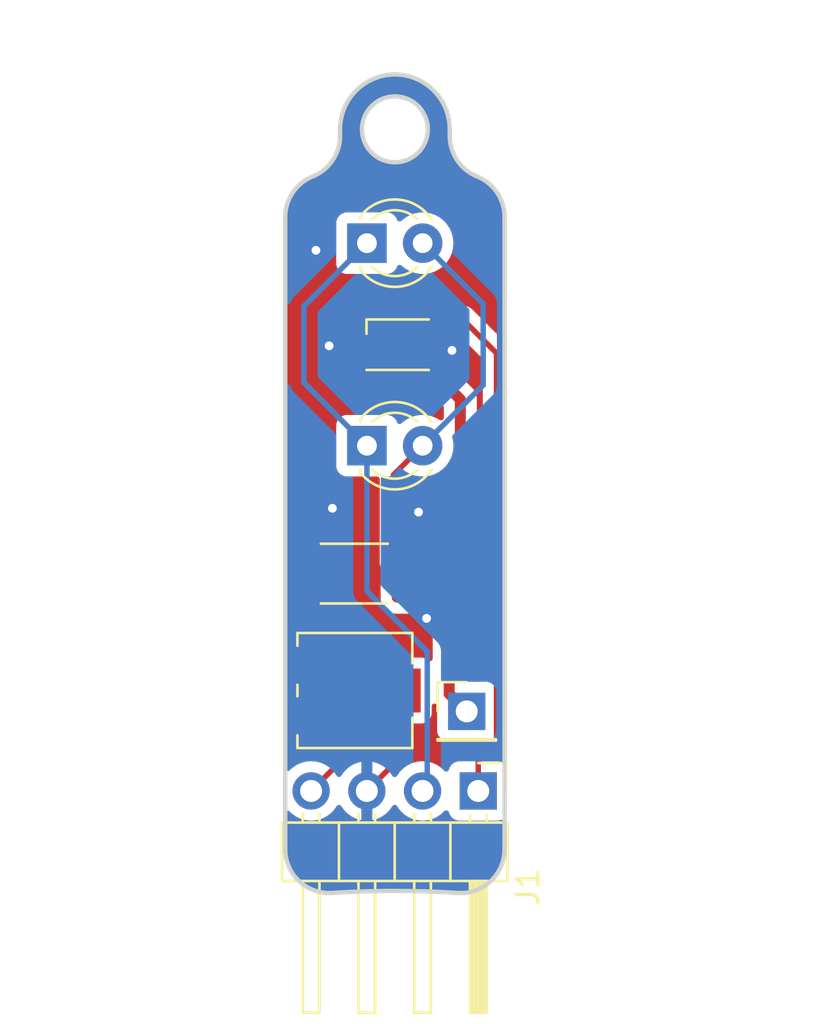
<source format=kicad_pcb>
(kicad_pcb (version 20221018) (generator pcbnew)
  (layers (0 "F.Cu" signal) (31 "B.Cu" signal) (34 "B.Paste" user) (35 "F.Paste" user) (36 "B.SilkS" user "B.Silkscreen") (37 "F.SilkS" user "F.Silkscreen") (38 "B.Mask" user) (39 "F.Mask" user) (44 "Edge.Cuts" user))
  (net 0 "")
  (net 1 "GND")
  (net 2 "+5V")
  (net 3 "/PWM")
  (net 4 "+3.3V")
  (net 5 "/S")
  (net 6 "Net-(Q1-E)")
  (footprint "LED_THT:LED_D3.0mm_Clear" (layer "F.Cu") (at 129.6 63.95)
    (fp_text reference "Q1" hide)
    (fp_text value "Q_Photo_NPN")
    (fp_line (start -0.29 -1.236) (end -0.29 -1.08) (stroke (width 0.12)) (layer "F.SilkS"))
    (fp_line (start -0.29 1.08) (end -0.29 1.236) (stroke (width 0.12)) (layer "F.SilkS"))
    (fp_arc (start -0.29 -1.235516) (mid 1.366487 -1.987659) (end 2.942335 -1.078608) (stroke (width 0.12)) (layer "F.SilkS"))
    (fp_arc (start 0.229039 -1.08) (mid 1.270117 -1.5) (end 2.31113 -1.079837) (stroke (width 0.12)) (layer "F.SilkS"))
    (fp_arc (start 2.31113 1.079837) (mid 1.270117 1.5) (end 0.229039 1.08) (stroke (width 0.12)) (layer "F.SilkS"))
    (fp_arc (start 2.942335 1.078608) (mid 1.366487 1.987659) (end -0.29 1.235516) (stroke (width 0.12)) (layer "F.SilkS"))
    (pad "1" thru_hole rect (at 0 0) (size 1.8 1.8) (drill 0.9) (layers "*.Cu" "*.Mask") (net 4 "+3.3V"))
    (pad "2" thru_hole circle (at 2.54 0) (size 1.8 1.8) (drill 0.9) (layers "*.Cu" "*.Mask") (net 6 "Net-(Q1-E)"))
  )
  (footprint "LED_SMD:LED_WS2812B-2020_PLCC4_2.0x2.0mm" (layer "F.Cu") (at 131 68.575)
    (fp_text reference "D1" hide)
    (fp_text value "NeoPixel_THT")
    (fp_line (start -1.42 -1.15) (end -1.42 -0.5) (stroke (width 0.12)) (layer "F.SilkS"))
    (fp_line (start -1.42 -1.15) (end 1.42 -1.15) (stroke (width 0.12)) (layer "F.SilkS"))
    (fp_line (start -1.42 1.15) (end 1.42 1.15) (stroke (width 0.12)) (layer "F.SilkS"))
    (pad "1" smd rect (at -0.915 -0.55) (size 0.7 0.7) (layers "F.Cu" "F.Paste" "F.Mask"))
    (pad "2" smd rect (at -0.915 0.55) (size 0.7 0.7) (layers "F.Cu" "F.Paste" "F.Mask") (net 1 "GND"))
    (pad "3" smd rect (at 0.915 0.55) (size 0.7 0.7) (layers "F.Cu" "F.Paste" "F.Mask") (net 2 "+5V"))
    (pad "4" smd rect (at 0.915 -0.55) (size 0.7 0.7) (layers "F.Cu" "F.Paste" "F.Mask") (net 3 "/PWM"))
  )
  (footprint "LED_THT:LED_D3.0mm_Clear" (layer "F.Cu") (at 129.6 73.175)
    (fp_text reference "Q2" hide)
    (fp_text value "Q_Photo_NPN")
    (fp_line (start -0.29 -1.236) (end -0.29 -1.08) (stroke (width 0.12)) (layer "F.SilkS"))
    (fp_line (start -0.29 1.08) (end -0.29 1.236) (stroke (width 0.12)) (layer "F.SilkS"))
    (fp_arc (start -0.29 -1.235516) (mid 1.366487 -1.987659) (end 2.942335 -1.078608) (stroke (width 0.12)) (layer "F.SilkS"))
    (fp_arc (start 0.229039 -1.08) (mid 1.270117 -1.5) (end 2.31113 -1.079837) (stroke (width 0.12)) (layer "F.SilkS"))
    (fp_arc (start 2.31113 1.079837) (mid 1.270117 1.5) (end 0.229039 1.08) (stroke (width 0.12)) (layer "F.SilkS"))
    (fp_arc (start 2.942335 1.078608) (mid 1.366487 1.987659) (end -0.29 1.235516) (stroke (width 0.12)) (layer "F.SilkS"))
    (pad "1" thru_hole rect (at 0 0) (size 1.8 1.8) (drill 0.9) (layers "*.Cu" "*.Mask") (net 4 "+3.3V"))
    (pad "2" thru_hole circle (at 2.54 0) (size 1.8 1.8) (drill 0.9) (layers "*.Cu" "*.Mask") (net 6 "Net-(Q1-E)"))
  )
  (footprint "Connector_PinHeader_2.54mm:PinHeader_1x04_P2.54mm_Horizontal" (layer "F.Cu") (at 134.675 88.9 -90)
    (fp_text reference "J1" (at 4.385 -2.27 90) (layer "F.SilkS"))
    (fp_text value "Conn_01x04_Pin")
    (fp_line (start -1.27 -1.27) (end 0 -1.27) (stroke (width 0.12)) (layer "F.SilkS"))
    (fp_line (start -1.27 0) (end -1.27 -1.27) (stroke (width 0.12)) (layer "F.SilkS"))
    (fp_line (start 1.042929 2.16) (end 1.44 2.16) (stroke (width 0.12)) (layer "F.SilkS"))
    (fp_line (start 1.042929 2.92) (end 1.44 2.92) (stroke (width 0.12)) (layer "F.SilkS"))
    (fp_line (start 1.042929 4.7) (end 1.44 4.7) (stroke (width 0.12)) (layer "F.SilkS"))
    (fp_line (start 1.042929 5.46) (end 1.44 5.46) (stroke (width 0.12)) (layer "F.SilkS"))
    (fp_line (start 1.042929 7.24) (end 1.44 7.24) (stroke (width 0.12)) (layer "F.SilkS"))
    (fp_line (start 1.042929 8) (end 1.44 8) (stroke (width 0.12)) (layer "F.SilkS"))
    (fp_line (start 1.11 -0.38) (end 1.44 -0.38) (stroke (width 0.12)) (layer "F.SilkS"))
    (fp_line (start 1.11 0.38) (end 1.44 0.38) (stroke (width 0.12)) (layer "F.SilkS"))
    (fp_line (start 1.44 -1.33) (end 1.44 8.95) (stroke (width 0.12)) (layer "F.SilkS"))
    (fp_line (start 1.44 1.27) (end 4.1 1.27) (stroke (width 0.12)) (layer "F.SilkS"))
    (fp_line (start 1.44 3.81) (end 4.1 3.81) (stroke (width 0.12)) (layer "F.SilkS"))
    (fp_line (start 1.44 6.35) (end 4.1 6.35) (stroke (width 0.12)) (layer "F.SilkS"))
    (fp_line (start 1.44 8.95) (end 4.1 8.95) (stroke (width 0.12)) (layer "F.SilkS"))
    (fp_line (start 4.1 -1.33) (end 1.44 -1.33) (stroke (width 0.12)) (layer "F.SilkS"))
    (fp_line (start 4.1 -0.38) (end 10.1 -0.38) (stroke (width 0.12)) (layer "F.SilkS"))
    (fp_line (start 4.1 -0.32) (end 10.1 -0.32) (stroke (width 0.12)) (layer "F.SilkS"))
    (fp_line (start 4.1 -0.2) (end 10.1 -0.2) (stroke (width 0.12)) (layer "F.SilkS"))
    (fp_line (start 4.1 -0.08) (end 10.1 -0.08) (stroke (width 0.12)) (layer "F.SilkS"))
    (fp_line (start 4.1 0.04) (end 10.1 0.04) (stroke (width 0.12)) (layer "F.SilkS"))
    (fp_line (start 4.1 0.16) (end 10.1 0.16) (stroke (width 0.12)) (layer "F.SilkS"))
    (fp_line (start 4.1 0.28) (end 10.1 0.28) (stroke (width 0.12)) (layer "F.SilkS"))
    (fp_line (start 4.1 2.16) (end 10.1 2.16) (stroke (width 0.12)) (layer "F.SilkS"))
    (fp_line (start 4.1 4.7) (end 10.1 4.7) (stroke (width 0.12)) (layer "F.SilkS"))
    (fp_line (start 4.1 7.24) (end 10.1 7.24) (stroke (width 0.12)) (layer "F.SilkS"))
    (fp_line (start 4.1 8.95) (end 4.1 -1.33) (stroke (width 0.12)) (layer "F.SilkS"))
    (fp_line (start 10.1 -0.38) (end 10.1 0.38) (stroke (width 0.12)) (layer "F.SilkS"))
    (fp_line (start 10.1 0.38) (end 4.1 0.38) (stroke (width 0.12)) (layer "F.SilkS"))
    (fp_line (start 10.1 2.16) (end 10.1 2.92) (stroke (width 0.12)) (layer "F.SilkS"))
    (fp_line (start 10.1 2.92) (end 4.1 2.92) (stroke (width 0.12)) (layer "F.SilkS"))
    (fp_line (start 10.1 4.7) (end 10.1 5.46) (stroke (width 0.12)) (layer "F.SilkS"))
    (fp_line (start 10.1 5.46) (end 4.1 5.46) (stroke (width 0.12)) (layer "F.SilkS"))
    (fp_line (start 10.1 7.24) (end 10.1 8) (stroke (width 0.12)) (layer "F.SilkS"))
    (fp_line (start 10.1 8) (end 4.1 8) (stroke (width 0.12)) (layer "F.SilkS"))
    (pad "1" thru_hole rect (at 0 0 270) (size 1.7 1.7) (drill 1) (layers "*.Cu" "*.Mask") (net 3 "/PWM"))
    (pad "2" thru_hole oval (at 0 2.54 270) (size 1.7 1.7) (drill 1) (layers "*.Cu" "*.Mask") (net 4 "+3.3V"))
    (pad "3" thru_hole oval (at 0 5.08 270) (size 1.7 1.7) (drill 1) (layers "*.Cu" "*.Mask") (net 1 "GND"))
    (pad "4" thru_hole oval (at 0 7.62 270) (size 1.7 1.7) (drill 1) (layers "*.Cu" "*.Mask") (net 5 "/S"))
  )
  (footprint "Resistor_SMD:R_2010_5025Metric" (layer "F.Cu") (at 129.025 79)
    (fp_text reference "R1" hide)
    (fp_text value "1K")
    (fp_line (start -1.527064 -1.36) (end 1.527064 -1.36) (stroke (width 0.12)) (layer "F.SilkS"))
    (fp_line (start -1.527064 1.36) (end 1.527064 1.36) (stroke (width 0.12)) (layer "F.SilkS"))
    (pad "1" smd roundrect (at -2.3125 0) (size 1.225 2.65) (layers "F.Cu" "F.Paste" "F.Mask") (roundrect_rratio 0.204082) (net 5 "/S"))
    (pad "2" smd roundrect (at 2.3125 0) (size 1.225 2.65) (layers "F.Cu" "F.Paste" "F.Mask") (roundrect_rratio 0.204082) (net 6 "Net-(Q1-E)"))
  )
  (footprint "Connector_PinHeader_2.54mm:PinHeader_1x01_P2.54mm_Vertical" (layer "F.Cu") (at 134.15 85.275)
    (fp_text reference "J2" hide)
    (fp_text value "Conn_01x01_Pin")
    (fp_line (start -1.33 -1.33) (end 0 -1.33) (stroke (width 0.12)) (layer "F.SilkS"))
    (fp_line (start -1.33 0) (end -1.33 -1.33) (stroke (width 0.12)) (layer "F.SilkS"))
    (fp_line (start -1.33 1.27) (end -1.33 1.33) (stroke (width 0.12)) (layer "F.SilkS"))
    (fp_line (start -1.33 1.27) (end 1.33 1.27) (stroke (width 0.12)) (layer "F.SilkS"))
    (fp_line (start -1.33 1.33) (end 1.33 1.33) (stroke (width 0.12)) (layer "F.SilkS"))
    (fp_line (start 1.33 1.27) (end 1.33 1.33) (stroke (width 0.12)) (layer "F.SilkS"))
    (pad "1" thru_hole rect (at 0 0) (size 1.7 1.7) (drill 1) (layers "*.Cu" "*.Mask") (net 2 "+5V"))
  )
  (footprint "Potentiometer_SMD:Potentiometer_Vishay_TS53YJ_Vertical" (layer "F.Cu") (at 129.05 84.325 180)
    (fp_text reference "RV1" hide)
    (fp_text value "R_Potentiometer_Trim_US")
    (fp_line (start -2.62 -2.62) (end -2.62 -1.24) (stroke (width 0.12)) (layer "F.SilkS"))
    (fp_line (start -2.62 -2.62) (end 2.62 -2.62) (stroke (width 0.12)) (layer "F.SilkS"))
    (fp_line (start -2.62 1.24) (end -2.62 2.62) (stroke (width 0.12)) (layer "F.SilkS"))
    (fp_line (start -2.62 2.62) (end 2.62 2.62) (stroke (width 0.12)) (layer "F.SilkS"))
    (fp_line (start 2.62 -2.62) (end 2.62 -2.039) (stroke (width 0.12)) (layer "F.SilkS"))
    (fp_line (start 2.62 -0.26) (end 2.62 0.26) (stroke (width 0.12)) (layer "F.SilkS"))
    (fp_line (start 2.62 2.04) (end 2.62 2.62) (stroke (width 0.12)) (layer "F.SilkS"))
    (pad "1" smd rect (at 2 -1.15 180) (size 2 1.3) (layers "F.Cu" "F.Paste" "F.Mask"))
    (pad "2" smd rect (at -2 0 180) (size 2 2) (layers "F.Cu" "F.Paste" "F.Mask") (net 1 "GND"))
    (pad "3" smd rect (at 2 1.15 180) (size 2 1.3) (layers "F.Cu" "F.Paste" "F.Mask") (net 5 "/S"))
  )
  (gr_arc (start 134.625 60.91168) (mid 135.533312 61.647696) (end 135.875 62.76573) (stroke (width 0.2)) (layer "Edge.Cuts"))
  (gr_arc (start 134.625 60.91168) (mid 133.716688 60.175665) (end 133.375 59.057631) (stroke (width 0.2)) (layer "Edge.Cuts"))
  (gr_line (start 128.375 59.057631) (end 128.375 58.76573) (stroke (width 0.2)) (layer "Edge.Cuts"))
  (gr_circle (center 130.875 58.76573) (end 129.375 58.76573) (stroke (width 0.2)) (fill none) (layer "Edge.Cuts"))
  (gr_line (start 125.875 91.55) (end 125.875 62.76573) (stroke (width 0.2)) (layer "Edge.Cuts"))
  (gr_line (start 135.875 62.76573) (end 135.875 91.55) (stroke (width 0.2)) (layer "Edge.Cuts"))
  (gr_line (start 133.375 58.76573) (end 133.375 59.057631) (stroke (width 0.2)) (layer "Edge.Cuts"))
  (gr_arc (start 128.375 58.76573) (mid 130.875 56.26573) (end 133.375 58.76573) (stroke (width 0.2)) (layer "Edge.Cuts"))
  (gr_arc (start 135.875 91.55) (mid 135.243335 93.00865) (end 133.74734 93.545922) (stroke (width 0.2)) (layer "Edge.Cuts"))
  (gr_arc (start 125.875 62.76573) (mid 126.216689 61.647697) (end 127.125 60.91168) (stroke (width 0.2)) (layer "Edge.Cuts"))
  (gr_arc (start 128.00266 93.545922) (mid 130.875 93.454158) (end 133.74734 93.545922) (stroke (width 0.2)) (layer "Edge.Cuts"))
  (gr_arc (start 128.00266 93.545922) (mid 126.506665 93.00865) (end 125.875 91.55) (stroke (width 0.2)) (layer "Edge.Cuts"))
  (gr_arc (start 128.375 59.057631) (mid 128.033313 60.175666) (end 127.125 60.91168) (stroke (width 0.2)) (layer "Edge.Cuts"))
  (segment (start 131.05 87.445) (end 129.595 88.9) (width 0.25) (layer "F.Cu") (net 1))
  (segment (start 131.05 84.325) (end 131.05 87.445) (width 0.25) (layer "F.Cu") (net 1))
  (via (at 128.025 76.025) (size 0.8) (drill 0.4) (layers "F.Cu" "B.Cu") (net 1))
  (via (at 132.32 81.04) (size 0.8) (drill 0.4) (layers "F.Cu" "B.Cu") (net 1))
  (via (at 133.477 68.834) (size 0.8) (drill 0.4) (layers "F.Cu" "B.Cu") (net 1))
  (via (at 127.275 64.275) (size 0.8) (drill 0.4) (layers "F.Cu" "B.Cu") (net 1))
  (via (at 131.953 76.2) (size 0.8) (drill 0.4) (layers "F.Cu" "B.Cu") (net 1))
  (via (at 127.875 68.625) (size 0.8) (drill 0.4) (layers "F.Cu" "B.Cu") (net 1))
  (segment (start 134.15 85.275) (end 133.35 84.475) (width 0.5) (layer "F.Cu") (net 2))
  (segment (start 133.858 71.068) (end 131.915 69.125) (width 0.5) (layer "F.Cu") (net 2))
  (segment (start 133.35 74.93) (end 133.858 74.422) (width 0.5) (layer "F.Cu") (net 2))
  (segment (start 133.858 74.422) (end 133.858 71.068) (width 0.5) (layer "F.Cu") (net 2))
  (segment (start 133.35 84.475) (end 133.35 74.93) (width 0.5) (layer "F.Cu") (net 2))
  (segment (start 132.503 67.437) (end 131.915 68.025) (width 0.25) (layer "F.Cu") (net 3))
  (segment (start 135.509 68.961) (end 133.985 67.437) (width 0.25) (layer "F.Cu") (net 3))
  (segment (start 133.985 67.437) (end 132.503 67.437) (width 0.25) (layer "F.Cu") (net 3))
  (segment (start 135.509 86.541) (end 135.509 68.961) (width 0.25) (layer "F.Cu") (net 3))
  (segment (start 134.675 88.9) (end 134.675 87.375) (width 0.25) (layer "F.Cu") (net 3))
  (segment (start 134.675 87.375) (end 135.509 86.541) (width 0.25) (layer "F.Cu") (net 3))
  (segment (start 129.6 79.8) (end 132.35 82.55) (width 0.25) (layer "B.Cu") (net 4))
  (segment (start 132.35 88.685) (end 132.135 88.9) (width 0.25) (layer "B.Cu") (net 4))
  (segment (start 132.35 82.55) (end 132.35 88.685) (width 0.25) (layer "B.Cu") (net 4))
  (segment (start 129.6 73.175) (end 129.6 79.8) (width 0.25) (layer "B.Cu") (net 4))
  (segment (start 129.6 63.95) (end 126.725 66.825) (width 0.25) (layer "B.Cu") (net 4))
  (segment (start 126.725 70.3) (end 129.6 73.175) (width 0.25) (layer "B.Cu") (net 4))
  (segment (start 126.725 66.825) (end 126.725 70.3) (width 0.25) (layer "B.Cu") (net 4))
  (segment (start 127.05 83.175) (end 127.05 79.3375) (width 0.25) (layer "F.Cu") (net 5))
  (segment (start 128.375 87.58) (end 127.055 88.9) (width 0.25) (layer "F.Cu") (net 5))
  (segment (start 127.05 83.175) (end 128.375 84.5) (width 0.25) (layer "F.Cu") (net 5))
  (segment (start 127.05 79.3375) (end 126.7125 79) (width 0.25) (layer "F.Cu") (net 5))
  (segment (start 128.375 84.5) (end 128.375 87.58) (width 0.25) (layer "F.Cu") (net 5))
  (segment (start 130.81 78.4725) (end 130.81 74.505) (width 0.25) (layer "F.Cu") (net 6))
  (segment (start 130.81 74.505) (end 132.14 73.175) (width 0.25) (layer "F.Cu") (net 6))
  (segment (start 131.3375 79) (end 130.81 78.4725) (width 0.25) (layer "F.Cu") (net 6))
  (segment (start 134.9 66.71) (end 134.9 70.415) (width 0.25) (layer "B.Cu") (net 6))
  (segment (start 134.9 70.415) (end 132.14 73.175) (width 0.25) (layer "B.Cu") (net 6))
  (segment (start 132.14 63.95) (end 134.9 66.71) (width 0.25) (layer "B.Cu") (net 6))
  (zone (net 1) (net_name "GND") (layers "F&B.Cu") (connect_pads (clearance 0.5)) (min_thickness 0.25) (fill yes (thermal_gap 0.5) (thermal_bridge_width 0.5))
    (polygon (pts (xy 115.75 54.3) (xy 115.4 96.35) (xy 151.125 96.7) (xy 149.575 52.875)))
  )
)
</source>
